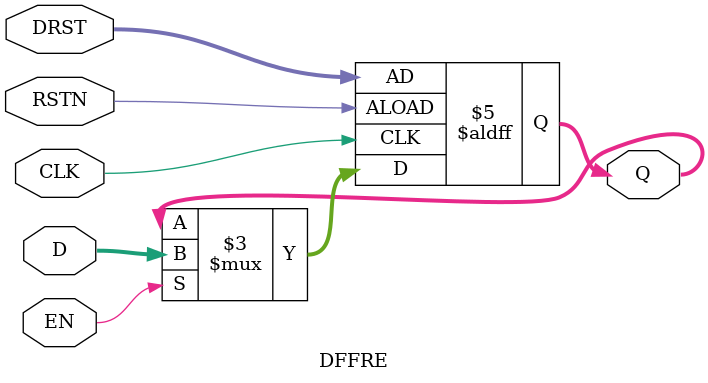
<source format=sv>
module DFFRE #(
    parameter Width = 8
) (
    input wire CLK,
    input wire RSTN,
    input wire EN,
    input wire [Width-1:0] DRST,
    input wire [Width-1:0] D,
    output reg [Width-1:0] Q
);

  always @(posedge CLK or negedge RSTN) begin : dff
    if (~RSTN) begin
      Q <= DRST;
    end else begin
      if (EN) begin
        Q <= D;
      end
    end
  end

`ifndef SYNTHESIS

  DFFUncertainChecker #(
      .Width(Width)
  ) u_DFFUncertainChecker (
      .CLK(CLK),
      .EN (EN),
      .Q  (Q)
  );

`endif


endmodule

</source>
